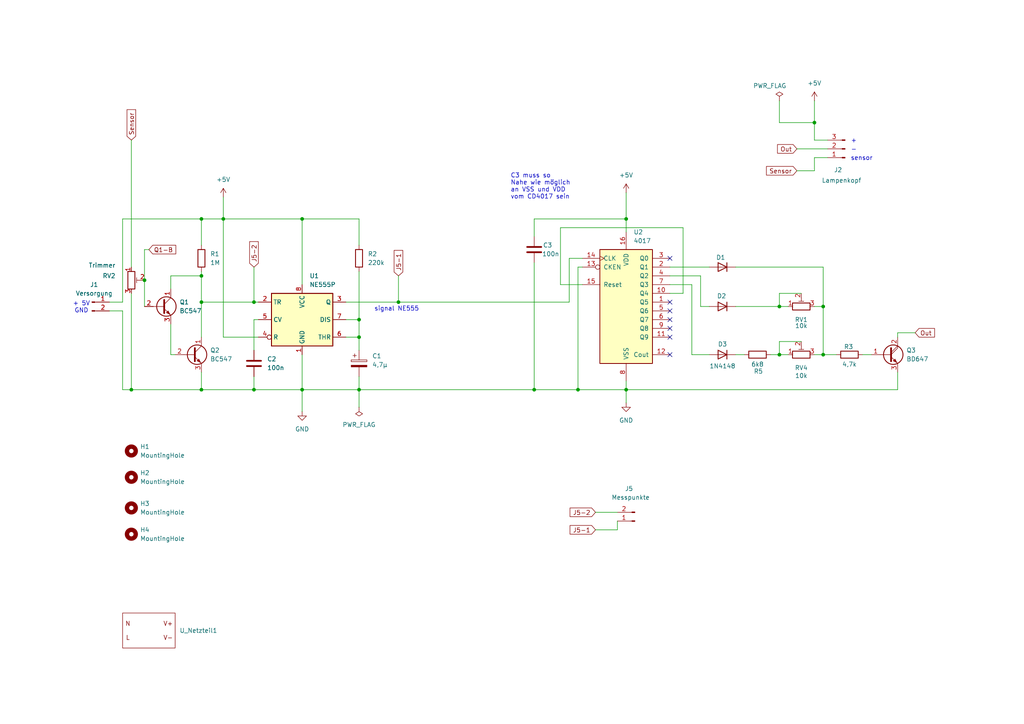
<source format=kicad_sch>
(kicad_sch (version 20250114) (generator "eeschema") (generator_version "9.0")
  (paper "A4")
  (title_block (title "Schreibtischlampe") (date "2025-11-21") (rev "2.0") (company "HTL-Steyr") (comment 1 "Konstantin Schwödiauer") (comment 2 "Fabian Lenhart") (comment 3 "Thomas Zeiler"))
  (lib_symbols
    (symbol "4xxx:4017" (pin_names (offset 1.016))
      (property "Reference" "U" (at -7.62 16.51 0))
      (property "Value" "4017" (at -7.62 -19.05 0))
      (symbol "4017_1_0"
        (pin input clock (at -12.7 12.7 0) (length 5.08) (name "CLK") (number "14"))
        (pin input inverted (at -12.7 10.16 0) (length 5.08) (name "CKEN") (number "13"))
        (pin input line (at -12.7 5.08 0) (length 5.08) (name "Reset") (number "15"))
        (pin power_in line (at 0 20.32 270) (length 5.08) (name "VDD") (number "16"))
        (pin power_in line (at 0 -22.86 90) (length 5.08) (name "VSS") (number "8"))
        (pin output line (at 12.7 12.7 180) (length 5.08) (name "Q0") (number "3"))
        (pin output line (at 12.7 10.16 180) (length 5.08) (name "Q1") (number "2"))
        (pin output line (at 12.7 7.62 180) (length 5.08) (name "Q2") (number "4"))
        (pin output line (at 12.7 5.08 180) (length 5.08) (name "Q3") (number "7"))
        (pin output line (at 12.7 2.54 180) (length 5.08) (name "Q4") (number "10"))
        (pin output line (at 12.7 0 180) (length 5.08) (name "Q5") (number "1"))
        (pin output line (at 12.7 -2.54 180) (length 5.08) (name "Q6") (number "5"))
        (pin output line (at 12.7 -5.08 180) (length 5.08) (name "Q7") (number "6"))
        (pin output line (at 12.7 -7.62 180) (length 5.08) (name "Q8") (number "9"))
        (pin output line (at 12.7 -10.16 180) (length 5.08) (name "Q9") (number "11"))
        (pin output line (at 12.7 -15.24 180) (length 5.08) (name "Cout") (number "12"))
      )
      (symbol "4017_1_1"
        (rectangle (start -7.62 15.24) (end 7.62 -17.78) (stroke (width 0.254)) (fill (type background)))
      )
    )
    (symbol "Connector:Conn_01x02_Pin" (pin_names (offset 1.016) (hide yes))
      (property "Reference" "J" (at 0 2.54 0))
      (property "Value" "Conn_01x02_Pin" (at 0 -5.08 0))
      (symbol "Conn_01x02_Pin_1_1"
        (rectangle (start 0.8636 0.127) (end 0 -0.127) (stroke (width 0.1524)) (fill (type outline)))
        (rectangle (start 0.8636 -2.413) (end 0 -2.667) (stroke (width 0.1524)) (fill (type outline)))
        (polyline (pts (xy 1.27 0) (xy 0.8636 0)) (stroke (width 0.1524)))
        (polyline (pts (xy 1.27 -2.54) (xy 0.8636 -2.54)) (stroke (width 0.1524)))
        (pin passive line (at 5.08 0 180) (length 3.81) (name "Pin_1") (number "1"))
        (pin passive line (at 5.08 -2.54 180) (length 3.81) (name "Pin_2") (number "2"))
      )
    )
    (symbol "Connector:Conn_01x03_Pin" (pin_names (offset 1.016) (hide yes))
      (property "Reference" "J" (at 0 5.08 0))
      (property "Value" "Conn_01x03_Pin" (at 0 -5.08 0))
      (symbol "Conn_01x03_Pin_1_1"
        (rectangle (start 0.8636 2.667) (end 0 2.413) (stroke (width 0.1524)) (fill (type outline)))
        (rectangle (start 0.8636 0.127) (end 0 -0.127) (stroke (width 0.1524)) (fill (type outline)))
        (rectangle (start 0.8636 -2.413) (end 0 -2.667) (stroke (width 0.1524)) (fill (type outline)))
        (polyline (pts (xy 1.27 2.54) (xy 0.8636 2.54)) (stroke (width 0.1524)))
        (polyline (pts (xy 1.27 0) (xy 0.8636 0)) (stroke (width 0.1524)))
        (polyline (pts (xy 1.27 -2.54) (xy 0.8636 -2.54)) (stroke (width 0.1524)))
        (pin passive line (at 5.08 2.54 180) (length 3.81) (name "Pin_1") (number "1"))
        (pin passive line (at 5.08 0 180) (length 3.81) (name "Pin_2") (number "2"))
        (pin passive line (at 5.08 -2.54 180) (length 3.81) (name "Pin_3") (number "3"))
      )
    )
    (symbol "Device:C" (pin_numbers (hide yes)) (pin_names (offset 0.254))
      (property "Reference" "C" (at 0.635 2.54 0))
      (property "Value" "C" (at 0.635 -2.54 0))
      (symbol "C_0_1"
        (polyline (pts (xy -2.032 0.762) (xy 2.032 0.762)) (stroke (width 0.508)))
        (polyline (pts (xy -2.032 -0.762) (xy 2.032 -0.762)) (stroke (width 0.508)))
      )
      (symbol "C_1_1"
        (pin passive line (at 0 3.81 270) (length 2.794) (name "~") (number "1"))
        (pin passive line (at 0 -3.81 90) (length 2.794) (name "~") (number "2"))
      )
    )
    (symbol "Device:C_Polarized" (pin_numbers (hide yes)) (pin_names (offset 0.254))
      (property "Reference" "C" (at 0.635 2.54 0))
      (property "Value" "C_Polarized" (at 0.635 -2.54 0))
      (symbol "C_Polarized_0_1"
        (rectangle (start -2.286 0.508) (end 2.286 1.016))
        (polyline (pts (xy -1.778 2.286) (xy -0.762 2.286)))
        (polyline (pts (xy -1.27 2.794) (xy -1.27 1.778)))
        (rectangle (start 2.286 -0.508) (end -2.286 -1.016) (fill (type outline)))
      )
      (symbol "C_Polarized_1_1"
        (pin passive line (at 0 3.81 270) (length 2.794) (name "~") (number "1"))
        (pin passive line (at 0 -3.81 90) (length 2.794) (name "~") (number "2"))
      )
    )
    (symbol "Device:R" (pin_numbers (hide yes)) (pin_names (offset 0))
      (property "Reference" "R" (at 2.032 0 90))
      (property "Value" "R" (at 0 0 90))
      (symbol "R_0_1"
        (rectangle (start -1.016 -2.54) (end 1.016 2.54) (stroke (width 0.254)))
      )
      (symbol "R_1_1"
        (pin passive line (at 0 3.81 270) (length 1.27) (name "~") (number "1"))
        (pin passive line (at 0 -3.81 90) (length 1.27) (name "~") (number "2"))
      )
    )
    (symbol "Device:R_Potentiometer_Trim" (pin_names (offset 1.016) (hide yes))
      (property "Reference" "RV" (at -4.445 0 90))
      (property "Value" "R_Potentiometer_Trim" (at -2.54 0 90))
      (symbol "R_Potentiometer_Trim_0_1"
        (rectangle (start 1.016 2.54) (end -1.016 -2.54) (stroke (width 0.254)))
        (polyline (pts (xy 1.524 0.762) (xy 1.524 -0.762)))
        (polyline (pts (xy 2.54 0) (xy 1.524 0)))
      )
      (symbol "R_Potentiometer_Trim_1_1"
        (pin passive line (at 0 3.81 270) (length 1.27) (name "1") (number "1"))
        (pin passive line (at 0 -3.81 90) (length 1.27) (name "3") (number "3"))
        (pin passive line (at 3.81 0 180) (length 1.27) (name "2") (number "2"))
      )
    )
    (symbol "Diode:1N4148" (pin_numbers (hide yes)) (pin_names (hide yes))
      (property "Reference" "D" (at 0 2.54 0))
      (property "Value" "1N4148" (at 0 -2.54 0))
      (symbol "1N4148_0_1"
        (polyline (pts (xy -1.27 1.27) (xy -1.27 -1.27)) (stroke (width 0.254)))
        (polyline (pts (xy 1.27 1.27) (xy 1.27 -1.27) (xy -1.27 0) (xy 1.27 1.27)) (stroke (width 0.254)))
        (polyline (pts (xy 1.27 0) (xy -1.27 0)))
      )
      (symbol "1N4148_1_1"
        (pin passive line (at -3.81 0 0) (length 2.54) (name "K") (number "1"))
        (pin passive line (at 3.81 0 180) (length 2.54) (name "A") (number "2"))
      )
    )
    (symbol "Mechanical:MountingHole" (pin_names (offset 1.016)) (in_bom no)
      (property "Reference" "H" (at 0 5.08 0))
      (property "Value" "MountingHole" (at 0 3.175 0))
      (symbol "MountingHole_0_1"
        (circle (center 0 0) (radius 1.27) (stroke (width 1.27)))
      )
    )
    (symbol "Recom_Netzteil_Symbol:Recom_Netzteil"
      (property "Reference" "U" (at 0 0 0))
      (symbol "Recom_Netzteil_0_1"
        (rectangle (start -7.62 5.08) (end 7.62 -5.08))
      )
      (symbol "Recom_Netzteil_1_1"
        (text "N\n\nL\n" (at -6.096 0 0) (effects (font (size 1.27 1.27))))
        (text "V+\n\nV-\n" (at 5.588 0 0) (effects (font (size 1.27 1.27))))
      )
    )
    (symbol "Timer:NE555P"
      (property "Reference" "U" (at -10.16 8.89 0))
      (property "Value" "NE555P" (at 2.54 8.89 0))
      (symbol "NE555P_0_0"
        (pin power_in line (at 0 10.16 270) (length 2.54) (name "VCC") (number "8"))
        (pin power_in line (at 0 -10.16 90) (length 2.54) (name "GND") (number "1"))
      )
      (symbol "NE555P_0_1"
        (rectangle (start -8.89 -7.62) (end 8.89 7.62) (stroke (width 0.254)) (fill (type background)))
        (rectangle (start -8.89 -7.62) (end 8.89 7.62) (stroke (width 0.254)) (fill (type background)))
      )
      (symbol "NE555P_1_1"
        (pin input line (at -12.7 5.08 0) (length 3.81) (name "TR") (number "2"))
        (pin input line (at -12.7 0 0) (length 3.81) (name "CV") (number "5"))
        (pin input inverted (at -12.7 -5.08 0) (length 3.81) (name "R") (number "4"))
        (pin output line (at 12.7 5.08 180) (length 3.81) (name "Q") (number "3"))
        (pin input line (at 12.7 0 180) (length 3.81) (name "DIS") (number "7"))
        (pin input line (at 12.7 -5.08 180) (length 3.81) (name "THR") (number "6"))
      )
    )
    (symbol "Transistor_BJT:BC547" (pin_names (offset 0) (hide yes))
      (property "Reference" "Q" (at 5.08 1.905 0))
      (property "Value" "BC547" (at 5.08 0 0))
      (symbol "BC547_0_1"
        (polyline (pts (xy -2.54 0) (xy 0.635 0)))
        (polyline (pts (xy 0.635 1.905) (xy 0.635 -1.905)) (stroke (width 0.508)))
        (circle (center 1.27 0) (radius 2.8194) (stroke (width 0.254)))
      )
      (symbol "BC547_1_1"
        (polyline (pts (xy 0.635 0.635) (xy 2.54 2.54)))
        (polyline (pts (xy 0.635 -0.635) (xy 2.54 -2.54)))
        (polyline (pts (xy 1.27 -1.778) (xy 1.778 -1.27) (xy 2.286 -2.286) (xy 1.27 -1.778)) (fill (type outline)))
        (pin input line (at -5.08 0 0) (length 2.54) (name "B") (number "2"))
        (pin passive line (at 2.54 5.08 270) (length 2.54) (name "C") (number "1"))
        (pin passive line (at 2.54 -5.08 90) (length 2.54) (name "E") (number "3"))
      )
    )
    (symbol "Transistor_BJT:Q_NPN_Darlington_BCE" (pin_names (offset 0) (hide yes))
      (property "Reference" "Q" (at 4.572 1.27 0))
      (property "Value" "Q_NPN_Darlington_BCE" (at 4.572 -1.27 0))
      (symbol "Q_NPN_Darlington_BCE_0_1"
        (polyline (pts (xy -2.54 0) (xy 0.635 0)))
        (polyline (pts (xy 0.635 1.905) (xy 0.635 -1.905)) (stroke (width 0.508)))
        (polyline (pts (xy 0.635 0) (xy 2.54 1.905) (xy 2.54 2.54)))
        (circle (center 1.27 0) (radius 2.8194) (stroke (width 0.254)))
      )
      (symbol "Q_NPN_Darlington_BCE_1_1"
        (polyline (pts (xy 0.635 0.635) (xy 2.54 2.54)))
        (polyline (pts (xy 0.635 -0.635) (xy 2.54 -2.54)))
        (polyline (pts (xy 1.27 -1.778) (xy 1.778 -1.27) (xy 2.286 -2.286) (xy 1.27 -1.778)) (fill (type outline)))
        (pin input line (at -5.08 0 0) (length 2.54) (name "B") (number "1"))
        (pin passive line (at 2.54 5.08 270) (length 2.54) (name "C") (number "2"))
        (pin passive line (at 2.54 -5.08 90) (length 2.54) (name "E") (number "3"))
      )
    )
    (symbol "power:+5V" (power) (pin_numbers (hide yes)) (pin_names (offset 0) (hide yes))
      (property "Value" "+5V" (at 0 3.556 0))
      (symbol "+5V_0_1"
        (polyline (pts (xy -0.762 1.27) (xy 0 2.54)))
        (polyline (pts (xy 0 2.54) (xy 0.762 1.27)))
        (polyline (pts (xy 0 0) (xy 0 2.54)))
      )
      (symbol "+5V_1_1"
        (pin power_in line (at 0 0 90) (length 0) (name "~") (number "1"))
      )
    )
    (symbol "power:GND" (power) (pin_numbers (hide yes)) (pin_names (offset 0) (hide yes))
      (property "Value" "GND" (at 0 -3.81 0))
      (symbol "GND_0_1"
        (polyline (pts (xy 0 0) (xy 0 -1.27) (xy 1.27 -1.27) (xy 0 -2.54) (xy -1.27 -1.27) (xy 0 -1.27)))
      )
      (symbol "GND_1_1"
        (pin power_in line (at 0 0 270) (length 0) (name "~") (number "1"))
      )
    )
    (symbol "power:PWR_FLAG" (power) (pin_numbers (hide yes)) (pin_names (offset 0) (hide yes))
      (property "Value" "PWR_FLAG" (at 0 3.81 0))
      (symbol "PWR_FLAG_0_0"
        (pin power_out line (at 0 0 90) (length 0) (name "~") (number "1"))
      )
      (symbol "PWR_FLAG_0_1"
        (polyline (pts (xy 0 0) (xy 0 1.27) (xy -1.016 1.905) (xy 0 2.54) (xy 1.016 1.905) (xy 0 1.27)))
      )
    )
  )
  (text "sensor" (at 249.936 45.974 0) (effects (font (size 1.27 1.27))))
  (text "signal NE555" (at 115.062 89.662 0) (effects (font (size 1.27 1.27))))
  (text "+ 5V\nGND" (at 23.622 89.154 0) (effects (font (size 1.27 1.27))))
  (text "-" (at 247.65 43.434 0) (effects (font (size 1.27 1.27))))
  (text "+" (at 247.65 40.894 0) (effects (font (size 1.27 1.27))))
  (text "C3 muss so \nNahe wie möglich \nan VSS und VDD \nvom CD4017 sein" (at 148.082 54.102 0) (effects (font (size 1.27 1.27)) (justify left)))
  (junction (at 58.42 87.63))
  (junction (at 64.77 63.5))
  (junction (at 73.66 113.03))
  (junction (at 104.14 97.79))
  (junction (at 236.22 35.56))
  (junction (at 87.63 63.5))
  (junction (at 104.14 92.71))
  (junction (at 226.06 102.87))
  (junction (at 181.61 63.5))
  (junction (at 104.14 113.03))
  (junction (at 58.42 113.03))
  (junction (at 73.66 87.63))
  (junction (at 58.42 63.5))
  (junction (at 154.94 113.03))
  (junction (at 38.1 113.03))
  (junction (at 238.76 102.87))
  (junction (at 181.61 113.03))
  (junction (at 238.76 88.9))
  (junction (at 167.64 113.03))
  (junction (at 41.91 81.28))
  (junction (at 115.57 87.63))
  (junction (at 87.63 113.03))
  (junction (at 226.06 88.9))
  (junction (at 58.42 80.01))
  (no_connect (at 194.31 87.63))
  (no_connect (at 194.31 102.87))
  (no_connect (at 194.31 90.17))
  (no_connect (at 194.31 74.93))
  (no_connect (at 194.31 95.25))
  (no_connect (at 194.31 97.79))
  (no_connect (at 194.31 92.71))
  (wire (pts (xy 49.53 102.87) (xy 50.8 102.87)))
  (wire (pts (xy 38.1 113.03) (xy 58.42 113.03)))
  (wire (pts (xy 167.64 77.47) (xy 167.64 113.03)))
  (wire (pts (xy 181.61 110.49) (xy 181.61 113.03)))
  (wire (pts (xy 172.72 153.67) (xy 179.07 153.67)))
  (wire (pts (xy 73.66 77.47) (xy 73.66 87.63)))
  (wire (pts (xy 35.56 113.03) (xy 35.56 90.17)))
  (wire (pts (xy 49.53 93.98) (xy 49.53 102.87)))
  (wire (pts (xy 238.76 102.87) (xy 242.57 102.87)))
  (wire (pts (xy 162.56 82.55) (xy 162.56 66.04)))
  (wire (pts (xy 38.1 85.09) (xy 38.1 113.03)))
  (wire (pts (xy 104.14 63.5) (xy 87.63 63.5)))
  (wire (pts (xy 236.22 45.72) (xy 240.03 45.72)))
  (wire (pts (xy 226.06 85.09) (xy 226.06 88.9)))
  (wire (pts (xy 49.53 83.82) (xy 49.53 80.01)))
  (wire (pts (xy 213.36 88.9) (xy 226.06 88.9)))
  (wire (pts (xy 58.42 78.74) (xy 58.42 80.01)))
  (wire (pts (xy 226.06 29.21) (xy 226.06 35.56)))
  (wire (pts (xy 236.22 102.87) (xy 238.76 102.87)))
  (wire (pts (xy 154.94 113.03) (xy 167.64 113.03)))
  (wire (pts (xy 162.56 66.04) (xy 198.12 66.04)))
  (wire (pts (xy 200.66 82.55) (xy 194.31 82.55)))
  (wire (pts (xy 87.63 113.03) (xy 87.63 119.38)))
  (wire (pts (xy 200.66 102.87) (xy 200.66 82.55)))
  (wire (pts (xy 154.94 63.5) (xy 154.94 68.58)))
  (wire (pts (xy 38.1 40.64) (xy 38.1 77.47)))
  (wire (pts (xy 64.77 63.5) (xy 87.63 63.5)))
  (wire (pts (xy 87.63 63.5) (xy 87.63 82.55)))
  (wire (pts (xy 198.12 85.09) (xy 194.31 85.09)))
  (wire (pts (xy 236.22 35.56) (xy 236.22 40.64)))
  (wire (pts (xy 168.91 82.55) (xy 162.56 82.55)))
  (wire (pts (xy 172.72 148.59) (xy 179.07 148.59)))
  (wire (pts (xy 200.66 102.87) (xy 205.74 102.87)))
  (wire (pts (xy 226.06 102.87) (xy 228.6 102.87)))
  (wire (pts (xy 35.56 63.5) (xy 35.56 87.63)))
  (wire (pts (xy 167.64 113.03) (xy 181.61 113.03)))
  (wire (pts (xy 194.31 77.47) (xy 205.74 77.47)))
  (wire (pts (xy 213.36 77.47) (xy 238.76 77.47)))
  (wire (pts (xy 226.06 102.87) (xy 226.06 99.06)))
  (wire (pts (xy 250.19 102.87) (xy 252.73 102.87)))
  (wire (pts (xy 203.2 88.9) (xy 205.74 88.9)))
  (wire (pts (xy 58.42 87.63) (xy 73.66 87.63)))
  (wire (pts (xy 35.56 87.63) (xy 31.75 87.63)))
  (wire (pts (xy 226.06 99.06) (xy 232.41 99.06)))
  (wire (pts (xy 226.06 88.9) (xy 228.6 88.9)))
  (wire (pts (xy 236.22 40.64) (xy 240.03 40.64)))
  (wire (pts (xy 260.35 96.52) (xy 265.43 96.52)))
  (wire (pts (xy 181.61 113.03) (xy 260.35 113.03)))
  (wire (pts (xy 236.22 45.72) (xy 236.22 49.53)))
  (wire (pts (xy 43.18 72.39) (xy 41.91 72.39)))
  (wire (pts (xy 223.52 102.87) (xy 226.06 102.87)))
  (wire (pts (xy 165.1 87.63) (xy 165.1 74.93)))
  (wire (pts (xy 104.14 113.03) (xy 154.94 113.03)))
  (wire (pts (xy 58.42 87.63) (xy 58.42 97.79)))
  (wire (pts (xy 203.2 80.01) (xy 194.31 80.01)))
  (wire (pts (xy 154.94 76.2) (xy 154.94 113.03)))
  (wire (pts (xy 58.42 63.5) (xy 64.77 63.5)))
  (wire (pts (xy 35.56 90.17) (xy 31.75 90.17)))
  (wire (pts (xy 49.53 80.01) (xy 58.42 80.01)))
  (wire (pts (xy 104.14 97.79) (xy 104.14 92.71)))
  (wire (pts (xy 181.61 55.88) (xy 181.61 63.5)))
  (wire (pts (xy 226.06 35.56) (xy 236.22 35.56)))
  (wire (pts (xy 104.14 113.03) (xy 104.14 118.11)))
  (wire (pts (xy 100.33 97.79) (xy 104.14 97.79)))
  (wire (pts (xy 203.2 88.9) (xy 203.2 80.01)))
  (wire (pts (xy 198.12 66.04) (xy 198.12 85.09)))
  (wire (pts (xy 179.07 151.13) (xy 179.07 153.67)))
  (wire (pts (xy 231.14 43.18) (xy 240.03 43.18)))
  (wire (pts (xy 35.56 113.03) (xy 38.1 113.03)))
  (wire (pts (xy 154.94 63.5) (xy 181.61 63.5)))
  (wire (pts (xy 73.66 109.22) (xy 73.66 113.03)))
  (wire (pts (xy 236.22 29.21) (xy 236.22 35.56)))
  (wire (pts (xy 73.66 101.6) (xy 73.66 92.71)))
  (wire (pts (xy 64.77 57.15) (xy 64.77 63.5)))
  (wire (pts (xy 58.42 63.5) (xy 58.42 71.12)))
  (wire (pts (xy 35.56 63.5) (xy 58.42 63.5)))
  (wire (pts (xy 115.57 80.01) (xy 115.57 87.63)))
  (wire (pts (xy 41.91 81.28) (xy 41.91 88.9)))
  (wire (pts (xy 104.14 97.79) (xy 104.14 101.6)))
  (wire (pts (xy 73.66 87.63) (xy 74.93 87.63)))
  (wire (pts (xy 168.91 74.93) (xy 165.1 74.93)))
  (wire (pts (xy 100.33 92.71) (xy 104.14 92.71)))
  (wire (pts (xy 260.35 107.95) (xy 260.35 113.03)))
  (wire (pts (xy 58.42 113.03) (xy 73.66 113.03)))
  (wire (pts (xy 58.42 80.01) (xy 58.42 87.63)))
  (wire (pts (xy 41.91 72.39) (xy 41.91 81.28)))
  (wire (pts (xy 260.35 96.52) (xy 260.35 97.79)))
  (wire (pts (xy 232.41 85.09) (xy 226.06 85.09)))
  (wire (pts (xy 74.93 97.79) (xy 64.77 97.79)))
  (wire (pts (xy 181.61 113.03) (xy 181.61 116.84)))
  (wire (pts (xy 115.57 87.63) (xy 165.1 87.63)))
  (wire (pts (xy 87.63 113.03) (xy 104.14 113.03)))
  (wire (pts (xy 64.77 97.79) (xy 64.77 63.5)))
  (wire (pts (xy 100.33 87.63) (xy 115.57 87.63)))
  (wire (pts (xy 87.63 102.87) (xy 87.63 113.03)))
  (wire (pts (xy 215.9 102.87) (xy 213.36 102.87)))
  (wire (pts (xy 236.22 88.9) (xy 238.76 88.9)))
  (wire (pts (xy 181.61 63.5) (xy 181.61 67.31)))
  (wire (pts (xy 167.64 77.47) (xy 168.91 77.47)))
  (wire (pts (xy 231.14 49.53) (xy 236.22 49.53)))
  (wire (pts (xy 104.14 71.12) (xy 104.14 63.5)))
  (wire (pts (xy 73.66 92.71) (xy 74.93 92.71)))
  (wire (pts (xy 104.14 109.22) (xy 104.14 113.03)))
  (wire (pts (xy 58.42 107.95) (xy 58.42 113.03)))
  (wire (pts (xy 238.76 88.9) (xy 238.76 102.87)))
  (wire (pts (xy 87.63 113.03) (xy 73.66 113.03)))
  (wire (pts (xy 238.76 77.47) (xy 238.76 88.9)))
  (wire (pts (xy 104.14 92.71) (xy 104.14 78.74)))
  (global_label "J5-1" (shape input) (at 172.72 153.67 180) (property "Intersheetrefs" "${INTERSHEET_REFS}" (effects (hide yes))))
  (global_label "Sensor" (shape input) (at 38.1 40.64 90) (property "Intersheetrefs" "${INTERSHEET_REFS}" (effects (hide yes))))
  (global_label "J5-2" (shape input) (at 73.66 77.47 90) (property "Intersheetrefs" "${INTERSHEET_REFS}" (effects (hide yes))))
  (global_label "Out" (shape input) (at 265.43 96.52 0) (property "Intersheetrefs" "${INTERSHEET_REFS}" (effects (hide yes))))
  (global_label "J5-1" (shape input) (at 115.57 80.01 90) (property "Intersheetrefs" "${INTERSHEET_REFS}" (effects (hide yes))))
  (global_label "Out" (shape input) (at 231.14 43.18 180) (property "Intersheetrefs" "${INTERSHEET_REFS}" (effects (hide yes))))
  (global_label "Q1-B" (shape input) (at 43.18 72.39 0) (property "Intersheetrefs" "${INTERSHEET_REFS}" (effects (hide yes))))
  (global_label "Sensor" (shape input) (at 231.14 49.53 180) (property "Intersheetrefs" "${INTERSHEET_REFS}" (effects (hide yes))))
  (global_label "J5-2" (shape input) (at 172.72 148.59 180) (property "Intersheetrefs" "${INTERSHEET_REFS}" (effects (hide yes))))
  (symbol (lib_id "Device:R_Potentiometer_Trim") (at 232.41 102.87 90) (unit 1)
    (property "Reference" "RV4" (at 232.41 106.68 90))
    (property "Value" "10k" (at 232.41 108.966 90))
    (property "Footprint" "Potentiometer_THT:Potentiometer_Bourns_3386P_Vertical" (effects (hide yes)))
    (property "Description" "Trim-potentiometer" (effects (hide yes)))
    (property "RS/URL" "https://at.rs-online.com/web/p/trimmerpotentiometer/5222693" (effects (hide yes)))
  )
  (symbol (lib_id "power:PWR_FLAG") (at 226.06 29.21 0) (unit 1)
    (property "Reference" "#FLG01" (effects (hide yes)))
    (property "Value" "PWR_FLAG" (at 223.266 24.892 0))
    (property "Description" "Special symbol for telling ERC where power comes from" (effects (hide yes)))
  )
  (symbol (lib_id "Transistor_BJT:BC547") (at 46.99 88.9 0) (unit 1)
    (property "Reference" "Q1" (at 52.07 87.6299 0) (effects (justify left)))
    (property "Value" "BC547" (at 52.07 90.1699 0) (effects (justify left)))
    (property "Footprint" "Package_TO_SOT_THT:TO-92L_HandSolder" (effects (hide yes)))
    (property "Datasheet" "https://www.onsemi.com/pub/Collateral/BC550-D.pdf" (effects (hide yes)))
    (property "Description" "0.1A Ic, 45V Vce, Small Signal NPN Transistor, TO-92" (effects (hide yes)))
  )
  (symbol (lib_id "Diode:1N4148") (at 209.55 77.47 0) (mirror y) (unit 1)
    (property "Reference" "D1" (at 209.042 74.676 0))
    (property "Value" "1N4148" (effects (hide yes)))
    (property "Footprint" "Diode_THT:D_DO-35_SOD27_P7.62mm_Horizontal" (effects (hide yes)))
    (property "Datasheet" "https://assets.nexperia.com/documents/data-sheet/1N4148_1N4448.pdf" (effects (hide yes)))
    (property "Description" "100V 0.15A standard switching diode, DO-35" (effects (hide yes)))
    (property "Sim.Device" "D" (effects (hide yes)))
    (property "Sim.Pins" "1=K 2=A" (effects (hide yes)))
  )
  (symbol (lib_id "Mechanical:MountingHole") (at 38.1 138.43 0) (unit 1) (in_bom no)
    (property "Reference" "H2" (at 40.64 137.1599 0) (effects (justify left)))
    (property "Value" "MountingHole" (at 40.64 139.6999 0) (effects (justify left)))
    (property "Footprint" "MountingHole:MountingHole_3.2mm_M3" (effects (hide yes)))
    (property "Description" "Mounting Hole without connection" (effects (hide yes)))
  )
  (symbol (lib_id "Device:R") (at 246.38 102.87 270) (unit 1)
    (property "Reference" "R3" (at 246.126 100.584 90))
    (property "Value" "4,7k" (at 246.38 105.664 90))
    (property "Footprint" "Resistor_THT:R_Axial_DIN0207_L6.3mm_D2.5mm_P10.16mm_Horizontal" (effects (hide yes)))
    (property "Description" "Resistor" (effects (hide yes)))
  )
  (symbol (lib_id "Device:R") (at 104.14 74.93 0) (unit 1)
    (property "Reference" "R2" (at 106.68 73.6599 0) (effects (justify left)))
    (property "Value" "220k" (at 106.68 76.1999 0) (effects (justify left)))
    (property "Footprint" "Resistor_THT:R_Axial_DIN0207_L6.3mm_D2.5mm_P10.16mm_Horizontal" (effects (hide yes)))
    (property "Description" "Resistor" (effects (hide yes)))
  )
  (symbol (lib_id "Connector:Conn_01x02_Pin") (at 26.67 87.63 0) (unit 1)
    (property "Reference" "J1" (at 27.305 82.55 0))
    (property "Value" "Versorgung" (at 27.305 85.09 0))
    (property "Footprint" "TerminalBlock_Phoenix:TerminalBlock_Phoenix_MKDS-1,5-2-5.08_1x02_P5.08mm_Horizontal" (effects (hide yes)))
    (property "Description" "Generic connector, single row, 01x02, script generated" (effects (hide yes)))
  )
  (symbol (lib_id "Device:R") (at 58.42 74.93 0) (unit 1)
    (property "Reference" "R1" (at 60.96 73.6599 0) (effects (justify left)))
    (property "Value" "1M" (at 60.96 76.1999 0) (effects (justify left)))
    (property "Footprint" "Resistor_THT:R_Axial_DIN0207_L6.3mm_D2.5mm_P10.16mm_Horizontal" (effects (hide yes)))
    (property "Description" "Resistor" (effects (hide yes)))
  )
  (symbol (lib_id "power:PWR_FLAG") (at 104.14 118.11 180) (unit 1)
    (property "Reference" "#FLG02" (effects (hide yes)))
    (property "Value" "PWR_FLAG" (at 104.14 123.19 0))
    (property "Description" "Special symbol for telling ERC where power comes from" (effects (hide yes)))
  )
  (symbol (lib_id "Connector:Conn_01x03_Pin") (at 245.11 43.18 180) (unit 1)
    (property "Reference" "J2" (at 243.078 49.276 0))
    (property "Value" "Lampenkopf" (at 244.094 52.324 0))
    (property "Footprint" "TerminalBlock_Phoenix:TerminalBlock_Phoenix_MKDS-1,5-3-5.08_1x03_P5.08mm_Horizontal" (effects (hide yes)))
    (property "Description" "Generic connector, single row, 01x03, script generated" (effects (hide yes)))
  )
  (symbol (lib_id "Mechanical:MountingHole") (at 38.1 154.94 0) (unit 1) (in_bom no)
    (property "Reference" "H4" (at 40.64 153.6699 0) (effects (justify left)))
    (property "Value" "MountingHole" (at 40.64 156.2099 0) (effects (justify left)))
    (property "Footprint" "MountingHole:MountingHole_3.2mm_M3" (effects (hide yes)))
    (property "Description" "Mounting Hole without connection" (effects (hide yes)))
  )
  (symbol (lib_id "Mechanical:MountingHole") (at 38.1 147.32 0) (unit 1) (in_bom no)
    (property "Reference" "H3" (at 40.64 146.0499 0) (effects (justify left)))
    (property "Value" "MountingHole" (at 40.64 148.5899 0) (effects (justify left)))
    (property "Footprint" "MountingHole:MountingHole_3.2mm_M3" (effects (hide yes)))
    (property "Description" "Mounting Hole without connection" (effects (hide yes)))
  )
  (symbol (lib_id "Device:R_Potentiometer_Trim") (at 38.1 81.28 0) (unit 1)
    (property "Reference" "RV2" (at 33.528 80.01 0) (effects (justify right)))
    (property "Value" "Trimmer" (at 33.528 76.962 0) (effects (justify right)))
    (property "Footprint" "Potentiometer_THT:Potentiometer_ACP_CA9-V10_Vertical" (effects (hide yes)))
    (property "Description" "Trim-potentiometer" (effects (hide yes)))
  )
  (symbol (lib_id "Mechanical:MountingHole") (at 38.1 130.81 0) (unit 1) (in_bom no)
    (property "Reference" "H1" (at 40.64 129.5399 0) (effects (justify left)))
    (property "Value" "MountingHole" (at 40.64 132.0799 0) (effects (justify left)))
    (property "Footprint" "MountingHole:MountingHole_3.2mm_M3" (effects (hide yes)))
    (property "Description" "Mounting Hole without connection" (effects (hide yes)))
  )
  (symbol (lib_id "Device:C") (at 73.66 105.41 0) (unit 1)
    (property "Reference" "C2" (at 77.47 104.1399 0) (effects (justify left)))
    (property "Value" "100n" (at 77.47 106.6799 0) (effects (justify left)))
    (property "Footprint" "Capacitor_THT:CP_Radial_Tantal_D4.5mm_P2.50mm" (effects (hide yes)))
    (property "Description" "Unpolarized capacitor" (effects (hide yes)))
  )
  (symbol (lib_id "Device:R_Potentiometer_Trim") (at 232.41 88.9 90) (unit 1)
    (property "Reference" "RV1" (at 232.41 92.71 90))
    (property "Value" "10k" (at 232.41 94.488 90))
    (property "Footprint" "Potentiometer_THT:Potentiometer_Bourns_3386P_Vertical" (effects (hide yes)))
    (property "Description" "Trim-potentiometer" (effects (hide yes)))
    (property "RS/URL" "https://at.rs-online.com/web/p/trimmerpotentiometer/5222693" (effects (hide yes)))
  )
  (symbol (lib_id "Connector:Conn_01x02_Pin") (at 184.15 151.13 180) (unit 1)
    (property "Reference" "J5" (at 183.642 141.732 0) (effects (justify left)))
    (property "Value" "Messpunkte" (at 188.468 144.272 0) (effects (justify left)))
    (property "Footprint" "Connector_PinHeader_2.54mm:PinHeader_1x02_P2.54mm_Vertical" (effects (hide yes)))
    (property "Description" "Generic connector, single row, 01x02, script generated" (effects (hide yes)))
  )
  (symbol (lib_id "Transistor_BJT:BC547") (at 55.88 102.87 0) (unit 1)
    (property "Reference" "Q2" (at 60.96 101.5999 0) (effects (justify left)))
    (property "Value" "BC547" (at 60.96 104.1399 0) (effects (justify left)))
    (property "Footprint" "Package_TO_SOT_THT:TO-92L_HandSolder" (effects (hide yes)))
    (property "Datasheet" "https://www.onsemi.com/pub/Collateral/BC550-D.pdf" (effects (hide yes)))
    (property "Description" "0.1A Ic, 45V Vce, Small Signal NPN Transistor, TO-92" (effects (hide yes)))
  )
  (symbol (lib_id "power:GND") (at 181.61 116.84 0) (mirror y) (unit 1)
    (property "Reference" "#PWR05" (effects (hide yes)))
    (property "Value" "GND" (at 181.61 121.92 0))
    (property "Description" "Power symbol creates a global label with name \"GND\" , ground" (effects (hide yes)))
  )
  (symbol (lib_id "Recom_Netzteil_Symbol:Recom_Netzteil") (at 43.18 182.88 0) (unit 1)
    (property "Reference" "U_Netzteil1" (at 52.07 182.8799 0) (effects (justify left)))
    (property "Value" "Recom Netzteil" (effects (hide yes)))
    (property "Footprint" "Libary:Recom_Netzteil_Footprint" (effects (hide yes)))
  )
  (symbol (lib_id "Device:C") (at 154.94 72.39 0) (unit 1)
    (property "Reference" "C3" (at 157.48 71.12 0) (effects (justify left)))
    (property "Value" "100n" (at 157.226 73.66 0) (effects (justify left)))
    (property "Footprint" "Capacitor_THT:CP_Radial_Tantal_D4.5mm_P2.50mm" (effects (hide yes)))
    (property "Description" "Unpolarized capacitor" (effects (hide yes)))
  )
  (symbol (lib_id "Device:C_Polarized") (at 104.14 105.41 0) (unit 1)
    (property "Reference" "C1" (at 107.95 103.2509 0) (effects (justify left)))
    (property "Value" "4,7µ" (at 107.95 105.7909 0) (effects (justify left)))
    (property "Footprint" "Capacitor_THT:C_Axial_L3.8mm_D2.6mm_P15.00mm_Horizontal" (effects (hide yes)))
    (property "Description" "Polarized capacitor" (effects (hide yes)))
  )
  (symbol (lib_id "Timer:NE555P") (at 87.63 92.71 0) (unit 1)
    (property "Reference" "U1" (at 89.7733 80.01 0) (effects (justify left)))
    (property "Value" "NE555P" (at 89.7733 82.55 0) (effects (justify left)))
    (property "Footprint" "Package_DIP:DIP-8_W7.62mm" (effects (hide yes)))
    (property "Datasheet" "http://www.ti.com/lit/ds/symlink/ne555.pdf" (effects (hide yes)))
    (property "Description" "Precision Timers, 555 compatible,  PDIP-8" (effects (hide yes)))
  )
  (symbol (lib_id "power:+5V") (at 181.61 55.88 0) (unit 1)
    (property "Reference" "#PWR02" (effects (hide yes)))
    (property "Value" "+5V" (at 181.61 50.8 0))
    (property "Description" "Power symbol creates a global label with name \"+5V\"" (effects (hide yes)))
  )
  (symbol (lib_id "power:GND") (at 87.63 119.38 0) (mirror y) (unit 1)
    (property "Reference" "#PWR01" (effects (hide yes)))
    (property "Value" "GND" (at 87.63 124.46 0))
    (property "Description" "Power symbol creates a global label with name \"GND\" , ground" (effects (hide yes)))
  )
  (symbol (lib_id "power:+5V") (at 236.22 29.21 0) (unit 1)
    (property "Reference" "#PWR04" (effects (hide yes)))
    (property "Value" "+5V" (at 236.22 24.13 0))
    (property "Description" "Power symbol creates a global label with name \"+5V\"" (effects (hide yes)))
  )
  (symbol (lib_id "power:+5V") (at 64.77 57.15 0) (unit 1)
    (property "Reference" "#PWR03" (effects (hide yes)))
    (property "Value" "+5V" (at 64.77 52.07 0))
    (property "Description" "Power symbol creates a global label with name \"+5V\"" (effects (hide yes)))
  )
  (symbol (lib_id "Device:R") (at 219.71 102.87 90) (unit 1)
    (property "Reference" "R5" (at 219.964 107.696 90))
    (property "Value" "6k8" (at 219.71 105.664 90))
    (property "Footprint" "Resistor_THT:R_Axial_DIN0207_L6.3mm_D2.5mm_P10.16mm_Horizontal" (effects (hide yes)))
    (property "Description" "Resistor" (effects (hide yes)))
  )
  (symbol (lib_id "Diode:1N4148") (at 209.55 102.87 0) (mirror y) (unit 1)
    (property "Reference" "D3" (at 209.55 99.822 0))
    (property "Value" "1N4148" (at 209.55 106.172 0))
    (property "Footprint" "Diode_THT:D_DO-35_SOD27_P7.62mm_Horizontal" (effects (hide yes)))
    (property "Datasheet" "https://assets.nexperia.com/documents/data-sheet/1N4148_1N4448.pdf" (effects (hide yes)))
    (property "Description" "100V 0.15A standard switching diode, DO-35" (effects (hide yes)))
    (property "Sim.Device" "D" (effects (hide yes)))
    (property "Sim.Pins" "1=K 2=A" (effects (hide yes)))
  )
  (symbol (lib_id "4xxx:4017") (at 181.61 87.63 0) (unit 1)
    (property "Reference" "U2" (at 183.7533 67.31 0) (effects (justify left)))
    (property "Value" "4017" (at 183.7533 69.85 0) (effects (justify left)))
    (property "Footprint" "Package_DIP:DIP-16_W7.62mm" (effects (hide yes)))
    (property "Datasheet" "http://www.intersil.com/content/dam/Intersil/documents/cd40/cd4017bms-22bms.pdf" (effects (hide yes)))
    (property "Description" "Johnson Counter ( 10 outputs )" (effects (hide yes)))
  )
  (symbol (lib_id "Transistor_BJT:Q_NPN_Darlington_BCE") (at 257.81 102.87 0) (unit 1)
    (property "Reference" "Q3" (at 262.89 101.5999 0) (effects (justify left)))
    (property "Value" "BD647" (at 262.89 104.1399 0) (effects (justify left)))
    (property "Footprint" "Package_TO_SOT_THT:TO-220-3_Vertical" (effects (hide yes)))
    (property "Description" "NPN Darlington transistor, base/collector/emitter" (effects (hide yes)))
  )
  (symbol (lib_id "Diode:1N4148") (at 209.55 88.9 0) (mirror y) (unit 1)
    (property "Reference" "D2" (at 209.296 85.852 0))
    (property "Value" "1N4148" (effects (hide yes)))
    (property "Footprint" "Diode_THT:D_DO-35_SOD27_P7.62mm_Horizontal" (effects (hide yes)))
    (property "Datasheet" "https://assets.nexperia.com/documents/data-sheet/1N4148_1N4448.pdf" (effects (hide yes)))
    (property "Description" "100V 0.15A standard switching diode, DO-35" (effects (hide yes)))
    (property "Sim.Device" "D" (effects (hide yes)))
    (property "Sim.Pins" "1=K 2=A" (effects (hide yes)))
  )
)
</source>
